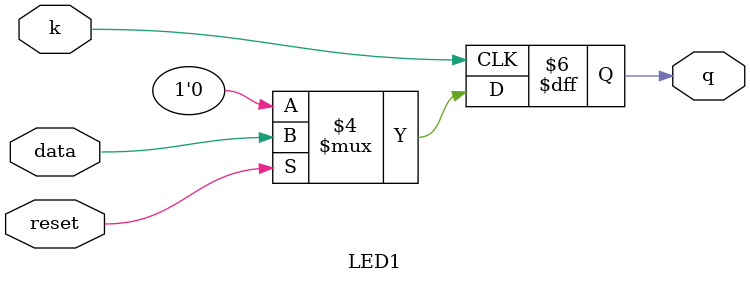
<source format=v>
`timescale 1ns / 1ps


module LED1(
    data,k,reset,q
 );
 
 input data,k,reset;
 output q;
 reg q;
 
 always @ ( posedge k)
 if (~reset) begin
    q <= 1'b0;
 end  else begin
    q <= data;
 end
  
 endmodule
</source>
